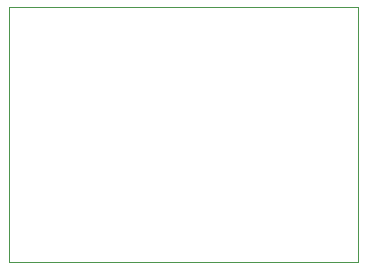
<source format=gbr>
%TF.GenerationSoftware,KiCad,Pcbnew,7.0.5*%
%TF.CreationDate,2024-01-14T18:06:27+01:00*%
%TF.ProjectId,rc_hotwheels,72635f68-6f74-4776-9865-656c732e6b69,rev?*%
%TF.SameCoordinates,Original*%
%TF.FileFunction,Profile,NP*%
%FSLAX46Y46*%
G04 Gerber Fmt 4.6, Leading zero omitted, Abs format (unit mm)*
G04 Created by KiCad (PCBNEW 7.0.5) date 2024-01-14 18:06:27*
%MOMM*%
%LPD*%
G01*
G04 APERTURE LIST*
%TA.AperFunction,Profile*%
%ADD10C,0.100000*%
%TD*%
G04 APERTURE END LIST*
D10*
X58392000Y-33944000D02*
X87884000Y-33944000D01*
X87884000Y-55566000D01*
X58392000Y-55566000D01*
X58392000Y-33944000D01*
M02*

</source>
